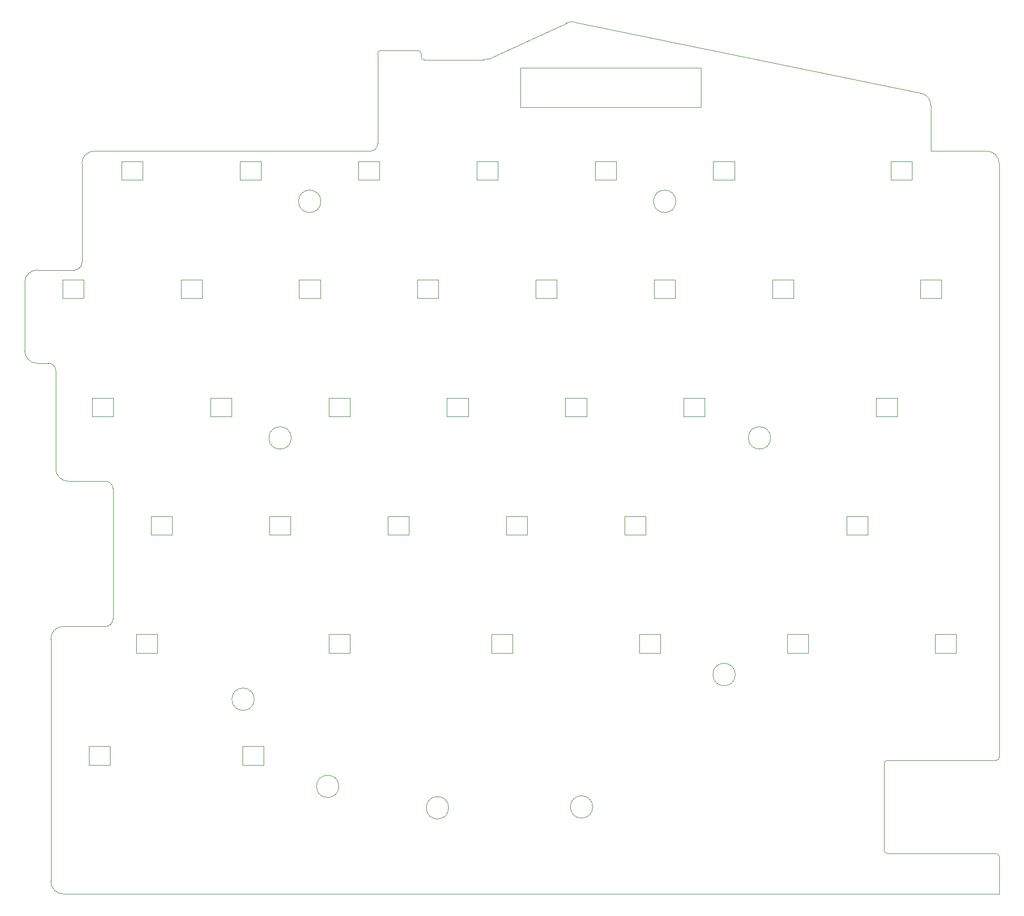
<source format=gbr>
%TF.GenerationSoftware,KiCad,Pcbnew,8.0.7*%
%TF.CreationDate,2025-05-31T19:51:50+02:00*%
%TF.ProjectId,pcb_keyboard_dx,7063625f-6b65-4796-926f-6172645f6478,rev?*%
%TF.SameCoordinates,Original*%
%TF.FileFunction,Profile,NP*%
%FSLAX46Y46*%
G04 Gerber Fmt 4.6, Leading zero omitted, Abs format (unit mm)*
G04 Created by KiCad (PCBNEW 8.0.7) date 2025-05-31 19:51:50*
%MOMM*%
%LPD*%
G01*
G04 APERTURE LIST*
%TA.AperFunction,Profile*%
%ADD10C,0.100000*%
%TD*%
%TA.AperFunction,Profile*%
%ADD11C,0.050000*%
%TD*%
%TA.AperFunction,Profile*%
%ADD12C,0.120000*%
%TD*%
G04 APERTURE END LIST*
D10*
X102964254Y-22871195D02*
X93463964Y-22871195D01*
X173366112Y-28243203D02*
G75*
G02*
X174963957Y-30202355I-402212J-1959197D01*
G01*
X92463964Y-21371195D02*
X86463964Y-21371195D01*
D11*
X120559750Y-143167000D02*
G75*
G02*
X116959750Y-143167000I-1800000J0D01*
G01*
X116959750Y-143167000D02*
G75*
G02*
X120559750Y-143167000I1800000J0D01*
G01*
D10*
X38363964Y-39571214D02*
X38363964Y-55514714D01*
X85963964Y-36371214D02*
G75*
G02*
X84757212Y-37571145I-1199964J14D01*
G01*
X116338890Y-16932736D02*
G75*
G02*
X117575729Y-16791114I834610J-1817264D01*
G01*
X36164064Y-90714764D02*
G75*
G02*
X34163987Y-88728856I36J2000164D01*
G01*
X31164064Y-71714764D02*
X32963964Y-71714764D01*
X185963964Y-135164614D02*
X185963964Y-39571194D01*
X173366112Y-28243203D02*
X117575736Y-16791084D01*
X31164064Y-71714764D02*
G75*
G02*
X29163987Y-69728856I36J2000164D01*
G01*
X40363964Y-37571214D02*
X40363964Y-37571195D01*
X167963964Y-135664614D02*
X185463964Y-135664614D01*
X185963964Y-157164614D02*
X185963964Y-151164614D01*
X183963964Y-37571195D02*
G75*
G02*
X185964005Y-39571194I36J-2000005D01*
G01*
X42152910Y-114114764D02*
X35363964Y-114114764D01*
X43363964Y-91914764D02*
X43363964Y-112914714D01*
X36164064Y-90714764D02*
X42163964Y-90714764D01*
X33363964Y-116114714D02*
G75*
G02*
X35363964Y-114114764I1999986J-36D01*
G01*
X174963964Y-37571195D02*
X174963964Y-30202355D01*
X38363964Y-55514714D02*
G75*
G02*
X37152910Y-56714715I-1200164J114D01*
G01*
X183963964Y-37571195D02*
X174963964Y-37571195D01*
X84757212Y-37571195D02*
X40363964Y-37571195D01*
X86463964Y-21371214D02*
X86463964Y-21371195D01*
D11*
X76814750Y-45657000D02*
G75*
G02*
X73214750Y-45657000I-1800000J0D01*
G01*
X73214750Y-45657000D02*
G75*
G02*
X76814750Y-45657000I1800000J0D01*
G01*
D10*
X35363964Y-157164614D02*
G75*
G02*
X33363986Y-155164614I36J2000014D01*
G01*
X103806141Y-22688699D02*
G75*
G02*
X102964254Y-22871178I-834641J1817399D01*
G01*
X185463964Y-150664614D02*
G75*
G02*
X185963986Y-151164614I36J-499986D01*
G01*
X43363964Y-112914714D02*
G75*
G02*
X42152910Y-114114715I-1200164J114D01*
G01*
X93463964Y-22871195D02*
G75*
G02*
X92964005Y-22371195I36J499995D01*
G01*
D11*
X79712250Y-139852000D02*
G75*
G02*
X76112250Y-139852000I-1800000J0D01*
G01*
X76112250Y-139852000D02*
G75*
G02*
X79712250Y-139852000I1800000J0D01*
G01*
X108929750Y-24137000D02*
X137999750Y-24137000D01*
X137999750Y-30497000D01*
X108929750Y-30497000D01*
X108929750Y-24137000D01*
X133934750Y-45657000D02*
G75*
G02*
X130334750Y-45657000I-1800000J0D01*
G01*
X130334750Y-45657000D02*
G75*
G02*
X133934750Y-45657000I1800000J0D01*
G01*
D10*
X92463964Y-21371195D02*
G75*
G02*
X92963987Y-21866972I36J-500005D01*
G01*
X167963964Y-150664614D02*
G75*
G02*
X167463986Y-150164614I36J500014D01*
G01*
X85963964Y-21871214D02*
X85963964Y-36371214D01*
D11*
X97379750Y-143297000D02*
G75*
G02*
X93779750Y-143297000I-1800000J0D01*
G01*
X93779750Y-143297000D02*
G75*
G02*
X97379750Y-143297000I1800000J0D01*
G01*
D10*
X167463964Y-136164614D02*
G75*
G02*
X167963964Y-135664564I500036J14D01*
G01*
X42163964Y-90714764D02*
G75*
G02*
X43363936Y-91914764I-64J-1200036D01*
G01*
X167463964Y-150164614D02*
X167463964Y-136164614D01*
X34163964Y-72914764D02*
X34163964Y-88728856D01*
X32963964Y-71714764D02*
G75*
G02*
X34163936Y-72914764I-64J-1200036D01*
G01*
X116338890Y-16932736D02*
X103806141Y-22688699D01*
X29163964Y-58714714D02*
X29163964Y-69728856D01*
X37152910Y-56714764D02*
X31163964Y-56714764D01*
X185963964Y-135164614D02*
G75*
G02*
X185463964Y-135664564I-499964J14D01*
G01*
X33363964Y-116114714D02*
X33363964Y-155164614D01*
D11*
X66101000Y-125827000D02*
G75*
G02*
X62501000Y-125827000I-1800000J0D01*
G01*
X62501000Y-125827000D02*
G75*
G02*
X66101000Y-125827000I1800000J0D01*
G01*
D10*
X92963964Y-22371195D02*
X92963964Y-21866972D01*
X38363964Y-39571214D02*
G75*
G02*
X40363964Y-37571164I2000036J14D01*
G01*
D11*
X143494750Y-121847000D02*
G75*
G02*
X139894750Y-121847000I-1800000J0D01*
G01*
X139894750Y-121847000D02*
G75*
G02*
X143494750Y-121847000I1800000J0D01*
G01*
D10*
X85963964Y-21871214D02*
G75*
G02*
X86463964Y-21371164I500036J14D01*
G01*
X185463964Y-150664614D02*
X167963964Y-150664614D01*
D11*
X72059750Y-83747000D02*
G75*
G02*
X68459750Y-83747000I-1800000J0D01*
G01*
X68459750Y-83747000D02*
G75*
G02*
X72059750Y-83747000I1800000J0D01*
G01*
D10*
X117575733Y-16791097D02*
X117575736Y-16791084D01*
X29163964Y-58714714D02*
G75*
G02*
X31163964Y-56714764I1999986J-36D01*
G01*
D11*
X149194750Y-83747000D02*
G75*
G02*
X145594750Y-83747000I-1800000J0D01*
G01*
X145594750Y-83747000D02*
G75*
G02*
X149194750Y-83747000I1800000J0D01*
G01*
D10*
X35363964Y-157164614D02*
X185963964Y-157164614D01*
D12*
%TO.C,LED21*%
X116154750Y-77308000D02*
X116154750Y-80308000D01*
X116154750Y-80308000D02*
X119554750Y-80308000D01*
X119554750Y-77308000D02*
X116154750Y-77308000D01*
X119554750Y-80308000D02*
X119554750Y-77308000D01*
%TO.C,LED32*%
X168524750Y-39218000D02*
X168524750Y-42218000D01*
X168524750Y-42218000D02*
X171924750Y-42218000D01*
X171924750Y-39218000D02*
X168524750Y-39218000D01*
X171924750Y-42218000D02*
X171924750Y-39218000D01*
%TO.C,LED36*%
X175668500Y-115388000D02*
X175668500Y-118388000D01*
X175668500Y-118388000D02*
X179068500Y-118388000D01*
X179068500Y-115388000D02*
X175668500Y-115388000D01*
X179068500Y-118388000D02*
X179068500Y-115388000D01*
%TO.C,LED24*%
X120909750Y-39218000D02*
X120909750Y-42218000D01*
X120909750Y-42218000D02*
X124309750Y-42218000D01*
X124309750Y-39218000D02*
X120909750Y-39218000D01*
X124309750Y-42218000D02*
X124309750Y-39218000D01*
%TO.C,LED5*%
X54274750Y-58268000D02*
X54274750Y-61268000D01*
X54274750Y-61268000D02*
X57674750Y-61268000D01*
X57674750Y-58268000D02*
X54274750Y-58268000D01*
X57674750Y-61268000D02*
X57674750Y-58268000D01*
%TO.C,LED2*%
X39994750Y-77308000D02*
X39994750Y-80308000D01*
X39994750Y-80308000D02*
X43394750Y-80308000D01*
X43394750Y-77308000D02*
X39994750Y-77308000D01*
X43394750Y-80308000D02*
X43394750Y-77308000D01*
%TO.C,LED12*%
X68554750Y-96348000D02*
X68554750Y-99348000D01*
X68554750Y-99348000D02*
X71954750Y-99348000D01*
X71954750Y-96348000D02*
X68554750Y-96348000D01*
X71954750Y-99348000D02*
X71954750Y-96348000D01*
%TO.C,LED31*%
X151853500Y-115388000D02*
X151853500Y-118388000D01*
X151853500Y-118388000D02*
X155253500Y-118388000D01*
X155253500Y-115388000D02*
X151853500Y-115388000D01*
X155253500Y-118388000D02*
X155253500Y-115388000D01*
%TO.C,LED13*%
X78072250Y-115388000D02*
X78072250Y-118388000D01*
X78072250Y-118388000D02*
X81472250Y-118388000D01*
X81472250Y-115388000D02*
X78072250Y-115388000D01*
X81472250Y-118388000D02*
X81472250Y-115388000D01*
%TO.C,LED35*%
X161381000Y-96348000D02*
X161381000Y-99348000D01*
X161381000Y-99348000D02*
X164781000Y-99348000D01*
X164781000Y-96348000D02*
X161381000Y-96348000D01*
X164781000Y-99348000D02*
X164781000Y-96348000D01*
%TO.C,LED28*%
X128053500Y-115388000D02*
X128053500Y-118388000D01*
X128053500Y-118388000D02*
X131453500Y-118388000D01*
X131453500Y-115388000D02*
X128053500Y-115388000D01*
X131453500Y-118388000D02*
X131453500Y-115388000D01*
%TO.C,LED22*%
X106634750Y-96348000D02*
X106634750Y-99348000D01*
X106634750Y-99348000D02*
X110034750Y-99348000D01*
X110034750Y-96348000D02*
X106634750Y-96348000D01*
X110034750Y-99348000D02*
X110034750Y-96348000D01*
%TO.C,LED26*%
X135194750Y-77308000D02*
X135194750Y-80308000D01*
X135194750Y-80308000D02*
X138594750Y-80308000D01*
X138594750Y-77308000D02*
X135194750Y-77308000D01*
X138594750Y-80308000D02*
X138594750Y-77308000D01*
%TO.C,LED20*%
X111394750Y-58268000D02*
X111394750Y-61268000D01*
X111394750Y-61268000D02*
X114794750Y-61268000D01*
X114794750Y-58268000D02*
X111394750Y-58268000D01*
X114794750Y-61268000D02*
X114794750Y-58268000D01*
%TO.C,LED34*%
X166143500Y-77308000D02*
X166143500Y-80308000D01*
X166143500Y-80308000D02*
X169543500Y-80308000D01*
X169543500Y-77308000D02*
X166143500Y-77308000D01*
X169543500Y-80308000D02*
X169543500Y-77308000D01*
%TO.C,LED10*%
X73314750Y-58268000D02*
X73314750Y-61268000D01*
X73314750Y-61268000D02*
X76714750Y-61268000D01*
X76714750Y-58268000D02*
X73314750Y-58268000D01*
X76714750Y-61268000D02*
X76714750Y-58268000D01*
%TO.C,LED11*%
X78074750Y-77308000D02*
X78074750Y-80308000D01*
X78074750Y-80308000D02*
X81474750Y-80308000D01*
X81474750Y-77308000D02*
X78074750Y-77308000D01*
X81474750Y-80308000D02*
X81474750Y-77308000D01*
%TO.C,LED15*%
X82829750Y-39218000D02*
X82829750Y-42218000D01*
X82829750Y-42218000D02*
X86229750Y-42218000D01*
X86229750Y-39218000D02*
X82829750Y-39218000D01*
X86229750Y-42218000D02*
X86229750Y-39218000D01*
%TO.C,LED30*%
X149474750Y-58268000D02*
X149474750Y-61268000D01*
X149474750Y-61268000D02*
X152874750Y-61268000D01*
X152874750Y-58268000D02*
X149474750Y-58268000D01*
X152874750Y-61268000D02*
X152874750Y-58268000D01*
%TO.C,LED4*%
X44749750Y-39218000D02*
X44749750Y-42218000D01*
X44749750Y-42218000D02*
X48149750Y-42218000D01*
X48149750Y-39218000D02*
X44749750Y-39218000D01*
X48149750Y-42218000D02*
X48149750Y-39218000D01*
%TO.C,LED25*%
X130434750Y-58268000D02*
X130434750Y-61268000D01*
X130434750Y-61268000D02*
X133834750Y-61268000D01*
X133834750Y-58268000D02*
X130434750Y-58268000D01*
X133834750Y-61268000D02*
X133834750Y-58268000D01*
%TO.C,LED16*%
X92354750Y-58268000D02*
X92354750Y-61268000D01*
X92354750Y-61268000D02*
X95754750Y-61268000D01*
X95754750Y-58268000D02*
X92354750Y-58268000D01*
X95754750Y-61268000D02*
X95754750Y-58268000D01*
%TO.C,LED17*%
X97114750Y-77308000D02*
X97114750Y-80308000D01*
X97114750Y-80308000D02*
X100514750Y-80308000D01*
X100514750Y-77308000D02*
X97114750Y-77308000D01*
X100514750Y-80308000D02*
X100514750Y-77308000D01*
%TO.C,LED29*%
X139949750Y-39218000D02*
X139949750Y-42218000D01*
X139949750Y-42218000D02*
X143349750Y-42218000D01*
X143349750Y-39218000D02*
X139949750Y-39218000D01*
X143349750Y-42218000D02*
X143349750Y-39218000D01*
%TO.C,LED7*%
X49514750Y-96348000D02*
X49514750Y-99348000D01*
X49514750Y-99348000D02*
X52914750Y-99348000D01*
X52914750Y-96348000D02*
X49514750Y-96348000D01*
X52914750Y-99348000D02*
X52914750Y-96348000D01*
%TO.C,LED1*%
X35234750Y-58268000D02*
X35234750Y-61268000D01*
X35234750Y-61268000D02*
X38634750Y-61268000D01*
X38634750Y-58268000D02*
X35234750Y-58268000D01*
X38634750Y-61268000D02*
X38634750Y-58268000D01*
%TO.C,LED3*%
X39462250Y-133413000D02*
X39462250Y-136413000D01*
X39462250Y-136413000D02*
X42862250Y-136413000D01*
X42862250Y-133413000D02*
X39462250Y-133413000D01*
X42862250Y-136413000D02*
X42862250Y-133413000D01*
%TO.C,LED27*%
X125674750Y-96348000D02*
X125674750Y-99348000D01*
X125674750Y-99348000D02*
X129074750Y-99348000D01*
X129074750Y-96348000D02*
X125674750Y-96348000D01*
X129074750Y-99348000D02*
X129074750Y-96348000D01*
%TO.C,LED19*%
X101869750Y-39218000D02*
X101869750Y-42218000D01*
X101869750Y-42218000D02*
X105269750Y-42218000D01*
X105269750Y-39218000D02*
X101869750Y-39218000D01*
X105269750Y-42218000D02*
X105269750Y-39218000D01*
%TO.C,LED14*%
X64212250Y-133413000D02*
X64212250Y-136413000D01*
X64212250Y-136413000D02*
X67612250Y-136413000D01*
X67612250Y-133413000D02*
X64212250Y-133413000D01*
X67612250Y-136413000D02*
X67612250Y-133413000D01*
%TO.C,LED8*%
X47131000Y-115388000D02*
X47131000Y-118388000D01*
X47131000Y-118388000D02*
X50531000Y-118388000D01*
X50531000Y-115388000D02*
X47131000Y-115388000D01*
X50531000Y-118388000D02*
X50531000Y-115388000D01*
%TO.C,LED18*%
X87594750Y-96348000D02*
X87594750Y-99348000D01*
X87594750Y-99348000D02*
X90994750Y-99348000D01*
X90994750Y-96348000D02*
X87594750Y-96348000D01*
X90994750Y-99348000D02*
X90994750Y-96348000D01*
%TO.C,LED9*%
X63789750Y-39218000D02*
X63789750Y-42218000D01*
X63789750Y-42218000D02*
X67189750Y-42218000D01*
X67189750Y-39218000D02*
X63789750Y-39218000D01*
X67189750Y-42218000D02*
X67189750Y-39218000D01*
%TO.C,LED23*%
X104253500Y-115388000D02*
X104253500Y-118388000D01*
X104253500Y-118388000D02*
X107653500Y-118388000D01*
X107653500Y-115388000D02*
X104253500Y-115388000D01*
X107653500Y-118388000D02*
X107653500Y-115388000D01*
%TO.C,LED33*%
X173287250Y-58268000D02*
X173287250Y-61268000D01*
X173287250Y-61268000D02*
X176687250Y-61268000D01*
X176687250Y-58268000D02*
X173287250Y-58268000D01*
X176687250Y-61268000D02*
X176687250Y-58268000D01*
%TO.C,LED6*%
X59034750Y-77308000D02*
X59034750Y-80308000D01*
X59034750Y-80308000D02*
X62434750Y-80308000D01*
X62434750Y-77308000D02*
X59034750Y-77308000D01*
X62434750Y-80308000D02*
X62434750Y-77308000D01*
%TD*%
M02*

</source>
